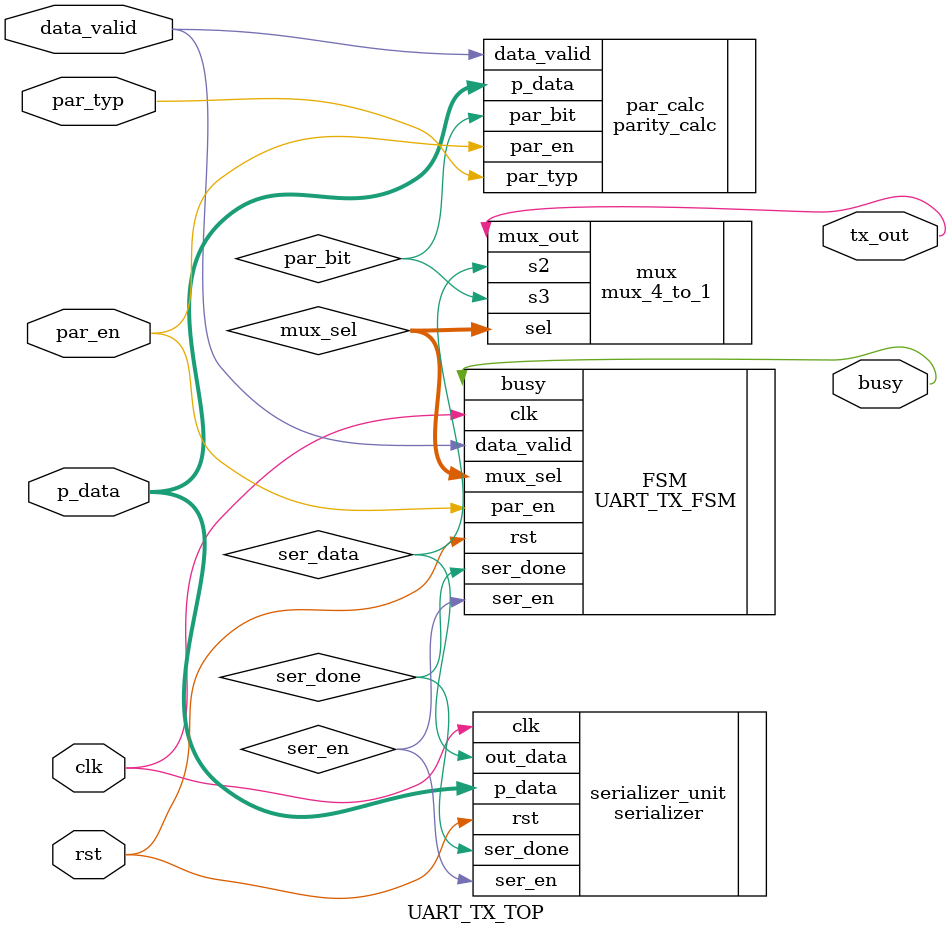
<source format=v>
module UART_TX_TOP (
   input wire [7:0] p_data,
   input wire data_valid, par_en, par_typ, clk, rst,
   output wire tx_out, busy
	);

wire ser_done, ser_en, par_bit, ser_data; 
wire [1:0] mux_sel;

UART_TX_FSM FSM (
	.clk(clk),
	.rst(rst),
	.data_valid(data_valid),
	.ser_done(ser_done),
	.par_en(par_en),
	.ser_en(ser_en),
	.busy(busy),
	.mux_sel(mux_sel)
);

parity_calc par_calc (
	.p_data(p_data),
	.data_valid(data_valid),
	.par_en(par_en),
	.par_typ(par_typ),
	.par_bit(par_bit)
); 

mux_4_to_1 mux (
	.sel(mux_sel),
	.s2(ser_data),
	.s3(par_bit),
	.mux_out(tx_out)
);

serializer serializer_unit (
	.p_data(p_data),
	.ser_en(ser_en),
	.clk(clk),
	.rst(rst),
	.out_data(ser_data),
	.ser_done(ser_done)
);

endmodule
</source>
